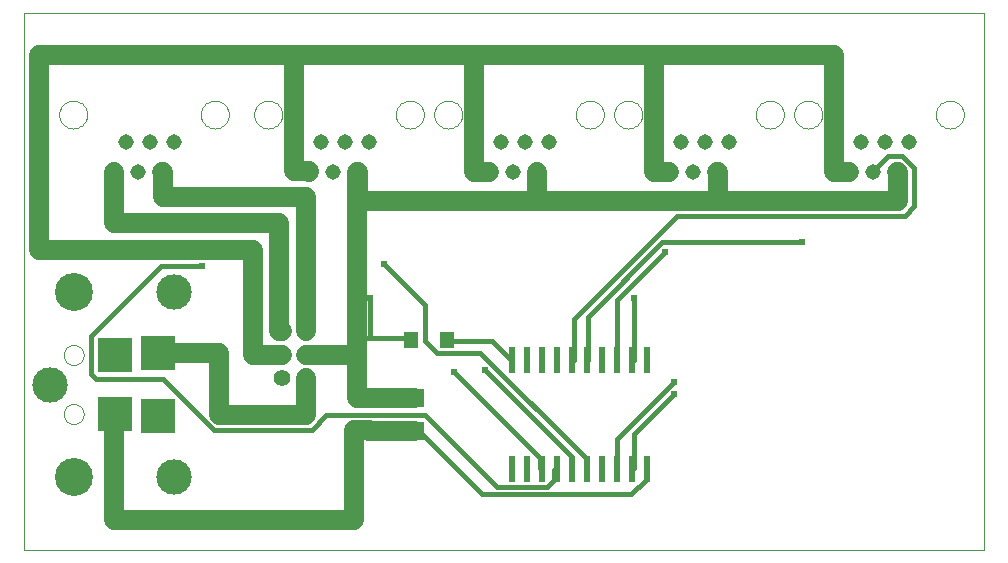
<source format=gtl>
G75*
G70*
%OFA0B0*%
%FSLAX24Y24*%
%IPPOS*%
%LPD*%
%AMOC8*
5,1,8,0,0,1.08239X$1,22.5*
%
%ADD10C,0.0000*%
%ADD11C,0.0515*%
%ADD12R,0.0236X0.0866*%
%ADD13C,0.1181*%
%ADD14C,0.1266*%
%ADD15R,0.1181X0.1181*%
%ADD16R,0.0709X0.0630*%
%ADD17C,0.0554*%
%ADD18R,0.0472X0.0551*%
%ADD19C,0.0660*%
%ADD20C,0.0180*%
%ADD21C,0.0240*%
D10*
X000100Y000100D02*
X000100Y017971D01*
X032095Y017971D01*
X032095Y000100D01*
X000100Y000100D01*
X001419Y004616D02*
X001421Y004652D01*
X001427Y004688D01*
X001437Y004723D01*
X001450Y004757D01*
X001467Y004789D01*
X001487Y004819D01*
X001511Y004846D01*
X001537Y004871D01*
X001566Y004893D01*
X001597Y004912D01*
X001630Y004927D01*
X001664Y004939D01*
X001700Y004947D01*
X001736Y004951D01*
X001772Y004951D01*
X001808Y004947D01*
X001844Y004939D01*
X001878Y004927D01*
X001911Y004912D01*
X001942Y004893D01*
X001971Y004871D01*
X001997Y004846D01*
X002021Y004819D01*
X002041Y004789D01*
X002058Y004757D01*
X002071Y004723D01*
X002081Y004688D01*
X002087Y004652D01*
X002089Y004616D01*
X002087Y004580D01*
X002081Y004544D01*
X002071Y004509D01*
X002058Y004475D01*
X002041Y004443D01*
X002021Y004413D01*
X001997Y004386D01*
X001971Y004361D01*
X001942Y004339D01*
X001911Y004320D01*
X001878Y004305D01*
X001844Y004293D01*
X001808Y004285D01*
X001772Y004281D01*
X001736Y004281D01*
X001700Y004285D01*
X001664Y004293D01*
X001630Y004305D01*
X001597Y004320D01*
X001566Y004339D01*
X001537Y004361D01*
X001511Y004386D01*
X001487Y004413D01*
X001467Y004443D01*
X001450Y004475D01*
X001437Y004509D01*
X001427Y004544D01*
X001421Y004580D01*
X001419Y004616D01*
X001419Y006584D02*
X001421Y006620D01*
X001427Y006656D01*
X001437Y006691D01*
X001450Y006725D01*
X001467Y006757D01*
X001487Y006787D01*
X001511Y006814D01*
X001537Y006839D01*
X001566Y006861D01*
X001597Y006880D01*
X001630Y006895D01*
X001664Y006907D01*
X001700Y006915D01*
X001736Y006919D01*
X001772Y006919D01*
X001808Y006915D01*
X001844Y006907D01*
X001878Y006895D01*
X001911Y006880D01*
X001942Y006861D01*
X001971Y006839D01*
X001997Y006814D01*
X002021Y006787D01*
X002041Y006757D01*
X002058Y006725D01*
X002071Y006691D01*
X002081Y006656D01*
X002087Y006620D01*
X002089Y006584D01*
X002087Y006548D01*
X002081Y006512D01*
X002071Y006477D01*
X002058Y006443D01*
X002041Y006411D01*
X002021Y006381D01*
X001997Y006354D01*
X001971Y006329D01*
X001942Y006307D01*
X001911Y006288D01*
X001878Y006273D01*
X001844Y006261D01*
X001808Y006253D01*
X001772Y006249D01*
X001736Y006249D01*
X001700Y006253D01*
X001664Y006261D01*
X001630Y006273D01*
X001597Y006288D01*
X001566Y006307D01*
X001537Y006329D01*
X001511Y006354D01*
X001487Y006381D01*
X001467Y006411D01*
X001450Y006443D01*
X001437Y006477D01*
X001427Y006512D01*
X001421Y006548D01*
X001419Y006584D01*
X001273Y014600D02*
X001275Y014643D01*
X001281Y014685D01*
X001291Y014727D01*
X001304Y014768D01*
X001322Y014807D01*
X001343Y014845D01*
X001367Y014880D01*
X001394Y014913D01*
X001425Y014944D01*
X001458Y014971D01*
X001493Y014995D01*
X001531Y015016D01*
X001570Y015034D01*
X001611Y015047D01*
X001653Y015057D01*
X001695Y015063D01*
X001738Y015065D01*
X001781Y015063D01*
X001823Y015057D01*
X001865Y015047D01*
X001906Y015034D01*
X001945Y015016D01*
X001983Y014995D01*
X002018Y014971D01*
X002051Y014944D01*
X002082Y014913D01*
X002109Y014880D01*
X002133Y014845D01*
X002154Y014807D01*
X002172Y014768D01*
X002185Y014727D01*
X002195Y014685D01*
X002201Y014643D01*
X002203Y014600D01*
X002201Y014557D01*
X002195Y014515D01*
X002185Y014473D01*
X002172Y014432D01*
X002154Y014393D01*
X002133Y014355D01*
X002109Y014320D01*
X002082Y014287D01*
X002051Y014256D01*
X002018Y014229D01*
X001983Y014205D01*
X001945Y014184D01*
X001906Y014166D01*
X001865Y014153D01*
X001823Y014143D01*
X001781Y014137D01*
X001738Y014135D01*
X001695Y014137D01*
X001653Y014143D01*
X001611Y014153D01*
X001570Y014166D01*
X001531Y014184D01*
X001493Y014205D01*
X001458Y014229D01*
X001425Y014256D01*
X001394Y014287D01*
X001367Y014320D01*
X001343Y014355D01*
X001322Y014393D01*
X001304Y014432D01*
X001291Y014473D01*
X001281Y014515D01*
X001275Y014557D01*
X001273Y014600D01*
X005997Y014600D02*
X005999Y014643D01*
X006005Y014685D01*
X006015Y014727D01*
X006028Y014768D01*
X006046Y014807D01*
X006067Y014845D01*
X006091Y014880D01*
X006118Y014913D01*
X006149Y014944D01*
X006182Y014971D01*
X006217Y014995D01*
X006255Y015016D01*
X006294Y015034D01*
X006335Y015047D01*
X006377Y015057D01*
X006419Y015063D01*
X006462Y015065D01*
X006505Y015063D01*
X006547Y015057D01*
X006589Y015047D01*
X006630Y015034D01*
X006669Y015016D01*
X006707Y014995D01*
X006742Y014971D01*
X006775Y014944D01*
X006806Y014913D01*
X006833Y014880D01*
X006857Y014845D01*
X006878Y014807D01*
X006896Y014768D01*
X006909Y014727D01*
X006919Y014685D01*
X006925Y014643D01*
X006927Y014600D01*
X006925Y014557D01*
X006919Y014515D01*
X006909Y014473D01*
X006896Y014432D01*
X006878Y014393D01*
X006857Y014355D01*
X006833Y014320D01*
X006806Y014287D01*
X006775Y014256D01*
X006742Y014229D01*
X006707Y014205D01*
X006669Y014184D01*
X006630Y014166D01*
X006589Y014153D01*
X006547Y014143D01*
X006505Y014137D01*
X006462Y014135D01*
X006419Y014137D01*
X006377Y014143D01*
X006335Y014153D01*
X006294Y014166D01*
X006255Y014184D01*
X006217Y014205D01*
X006182Y014229D01*
X006149Y014256D01*
X006118Y014287D01*
X006091Y014320D01*
X006067Y014355D01*
X006046Y014393D01*
X006028Y014432D01*
X006015Y014473D01*
X006005Y014515D01*
X005999Y014557D01*
X005997Y014600D01*
X007773Y014600D02*
X007775Y014643D01*
X007781Y014685D01*
X007791Y014727D01*
X007804Y014768D01*
X007822Y014807D01*
X007843Y014845D01*
X007867Y014880D01*
X007894Y014913D01*
X007925Y014944D01*
X007958Y014971D01*
X007993Y014995D01*
X008031Y015016D01*
X008070Y015034D01*
X008111Y015047D01*
X008153Y015057D01*
X008195Y015063D01*
X008238Y015065D01*
X008281Y015063D01*
X008323Y015057D01*
X008365Y015047D01*
X008406Y015034D01*
X008445Y015016D01*
X008483Y014995D01*
X008518Y014971D01*
X008551Y014944D01*
X008582Y014913D01*
X008609Y014880D01*
X008633Y014845D01*
X008654Y014807D01*
X008672Y014768D01*
X008685Y014727D01*
X008695Y014685D01*
X008701Y014643D01*
X008703Y014600D01*
X008701Y014557D01*
X008695Y014515D01*
X008685Y014473D01*
X008672Y014432D01*
X008654Y014393D01*
X008633Y014355D01*
X008609Y014320D01*
X008582Y014287D01*
X008551Y014256D01*
X008518Y014229D01*
X008483Y014205D01*
X008445Y014184D01*
X008406Y014166D01*
X008365Y014153D01*
X008323Y014143D01*
X008281Y014137D01*
X008238Y014135D01*
X008195Y014137D01*
X008153Y014143D01*
X008111Y014153D01*
X008070Y014166D01*
X008031Y014184D01*
X007993Y014205D01*
X007958Y014229D01*
X007925Y014256D01*
X007894Y014287D01*
X007867Y014320D01*
X007843Y014355D01*
X007822Y014393D01*
X007804Y014432D01*
X007791Y014473D01*
X007781Y014515D01*
X007775Y014557D01*
X007773Y014600D01*
X012497Y014600D02*
X012499Y014643D01*
X012505Y014685D01*
X012515Y014727D01*
X012528Y014768D01*
X012546Y014807D01*
X012567Y014845D01*
X012591Y014880D01*
X012618Y014913D01*
X012649Y014944D01*
X012682Y014971D01*
X012717Y014995D01*
X012755Y015016D01*
X012794Y015034D01*
X012835Y015047D01*
X012877Y015057D01*
X012919Y015063D01*
X012962Y015065D01*
X013005Y015063D01*
X013047Y015057D01*
X013089Y015047D01*
X013130Y015034D01*
X013169Y015016D01*
X013207Y014995D01*
X013242Y014971D01*
X013275Y014944D01*
X013306Y014913D01*
X013333Y014880D01*
X013357Y014845D01*
X013378Y014807D01*
X013396Y014768D01*
X013409Y014727D01*
X013419Y014685D01*
X013425Y014643D01*
X013427Y014600D01*
X013425Y014557D01*
X013419Y014515D01*
X013409Y014473D01*
X013396Y014432D01*
X013378Y014393D01*
X013357Y014355D01*
X013333Y014320D01*
X013306Y014287D01*
X013275Y014256D01*
X013242Y014229D01*
X013207Y014205D01*
X013169Y014184D01*
X013130Y014166D01*
X013089Y014153D01*
X013047Y014143D01*
X013005Y014137D01*
X012962Y014135D01*
X012919Y014137D01*
X012877Y014143D01*
X012835Y014153D01*
X012794Y014166D01*
X012755Y014184D01*
X012717Y014205D01*
X012682Y014229D01*
X012649Y014256D01*
X012618Y014287D01*
X012591Y014320D01*
X012567Y014355D01*
X012546Y014393D01*
X012528Y014432D01*
X012515Y014473D01*
X012505Y014515D01*
X012499Y014557D01*
X012497Y014600D01*
X013773Y014600D02*
X013775Y014643D01*
X013781Y014685D01*
X013791Y014727D01*
X013804Y014768D01*
X013822Y014807D01*
X013843Y014845D01*
X013867Y014880D01*
X013894Y014913D01*
X013925Y014944D01*
X013958Y014971D01*
X013993Y014995D01*
X014031Y015016D01*
X014070Y015034D01*
X014111Y015047D01*
X014153Y015057D01*
X014195Y015063D01*
X014238Y015065D01*
X014281Y015063D01*
X014323Y015057D01*
X014365Y015047D01*
X014406Y015034D01*
X014445Y015016D01*
X014483Y014995D01*
X014518Y014971D01*
X014551Y014944D01*
X014582Y014913D01*
X014609Y014880D01*
X014633Y014845D01*
X014654Y014807D01*
X014672Y014768D01*
X014685Y014727D01*
X014695Y014685D01*
X014701Y014643D01*
X014703Y014600D01*
X014701Y014557D01*
X014695Y014515D01*
X014685Y014473D01*
X014672Y014432D01*
X014654Y014393D01*
X014633Y014355D01*
X014609Y014320D01*
X014582Y014287D01*
X014551Y014256D01*
X014518Y014229D01*
X014483Y014205D01*
X014445Y014184D01*
X014406Y014166D01*
X014365Y014153D01*
X014323Y014143D01*
X014281Y014137D01*
X014238Y014135D01*
X014195Y014137D01*
X014153Y014143D01*
X014111Y014153D01*
X014070Y014166D01*
X014031Y014184D01*
X013993Y014205D01*
X013958Y014229D01*
X013925Y014256D01*
X013894Y014287D01*
X013867Y014320D01*
X013843Y014355D01*
X013822Y014393D01*
X013804Y014432D01*
X013791Y014473D01*
X013781Y014515D01*
X013775Y014557D01*
X013773Y014600D01*
X018497Y014600D02*
X018499Y014643D01*
X018505Y014685D01*
X018515Y014727D01*
X018528Y014768D01*
X018546Y014807D01*
X018567Y014845D01*
X018591Y014880D01*
X018618Y014913D01*
X018649Y014944D01*
X018682Y014971D01*
X018717Y014995D01*
X018755Y015016D01*
X018794Y015034D01*
X018835Y015047D01*
X018877Y015057D01*
X018919Y015063D01*
X018962Y015065D01*
X019005Y015063D01*
X019047Y015057D01*
X019089Y015047D01*
X019130Y015034D01*
X019169Y015016D01*
X019207Y014995D01*
X019242Y014971D01*
X019275Y014944D01*
X019306Y014913D01*
X019333Y014880D01*
X019357Y014845D01*
X019378Y014807D01*
X019396Y014768D01*
X019409Y014727D01*
X019419Y014685D01*
X019425Y014643D01*
X019427Y014600D01*
X019425Y014557D01*
X019419Y014515D01*
X019409Y014473D01*
X019396Y014432D01*
X019378Y014393D01*
X019357Y014355D01*
X019333Y014320D01*
X019306Y014287D01*
X019275Y014256D01*
X019242Y014229D01*
X019207Y014205D01*
X019169Y014184D01*
X019130Y014166D01*
X019089Y014153D01*
X019047Y014143D01*
X019005Y014137D01*
X018962Y014135D01*
X018919Y014137D01*
X018877Y014143D01*
X018835Y014153D01*
X018794Y014166D01*
X018755Y014184D01*
X018717Y014205D01*
X018682Y014229D01*
X018649Y014256D01*
X018618Y014287D01*
X018591Y014320D01*
X018567Y014355D01*
X018546Y014393D01*
X018528Y014432D01*
X018515Y014473D01*
X018505Y014515D01*
X018499Y014557D01*
X018497Y014600D01*
X019773Y014600D02*
X019775Y014643D01*
X019781Y014685D01*
X019791Y014727D01*
X019804Y014768D01*
X019822Y014807D01*
X019843Y014845D01*
X019867Y014880D01*
X019894Y014913D01*
X019925Y014944D01*
X019958Y014971D01*
X019993Y014995D01*
X020031Y015016D01*
X020070Y015034D01*
X020111Y015047D01*
X020153Y015057D01*
X020195Y015063D01*
X020238Y015065D01*
X020281Y015063D01*
X020323Y015057D01*
X020365Y015047D01*
X020406Y015034D01*
X020445Y015016D01*
X020483Y014995D01*
X020518Y014971D01*
X020551Y014944D01*
X020582Y014913D01*
X020609Y014880D01*
X020633Y014845D01*
X020654Y014807D01*
X020672Y014768D01*
X020685Y014727D01*
X020695Y014685D01*
X020701Y014643D01*
X020703Y014600D01*
X020701Y014557D01*
X020695Y014515D01*
X020685Y014473D01*
X020672Y014432D01*
X020654Y014393D01*
X020633Y014355D01*
X020609Y014320D01*
X020582Y014287D01*
X020551Y014256D01*
X020518Y014229D01*
X020483Y014205D01*
X020445Y014184D01*
X020406Y014166D01*
X020365Y014153D01*
X020323Y014143D01*
X020281Y014137D01*
X020238Y014135D01*
X020195Y014137D01*
X020153Y014143D01*
X020111Y014153D01*
X020070Y014166D01*
X020031Y014184D01*
X019993Y014205D01*
X019958Y014229D01*
X019925Y014256D01*
X019894Y014287D01*
X019867Y014320D01*
X019843Y014355D01*
X019822Y014393D01*
X019804Y014432D01*
X019791Y014473D01*
X019781Y014515D01*
X019775Y014557D01*
X019773Y014600D01*
X024497Y014600D02*
X024499Y014643D01*
X024505Y014685D01*
X024515Y014727D01*
X024528Y014768D01*
X024546Y014807D01*
X024567Y014845D01*
X024591Y014880D01*
X024618Y014913D01*
X024649Y014944D01*
X024682Y014971D01*
X024717Y014995D01*
X024755Y015016D01*
X024794Y015034D01*
X024835Y015047D01*
X024877Y015057D01*
X024919Y015063D01*
X024962Y015065D01*
X025005Y015063D01*
X025047Y015057D01*
X025089Y015047D01*
X025130Y015034D01*
X025169Y015016D01*
X025207Y014995D01*
X025242Y014971D01*
X025275Y014944D01*
X025306Y014913D01*
X025333Y014880D01*
X025357Y014845D01*
X025378Y014807D01*
X025396Y014768D01*
X025409Y014727D01*
X025419Y014685D01*
X025425Y014643D01*
X025427Y014600D01*
X025425Y014557D01*
X025419Y014515D01*
X025409Y014473D01*
X025396Y014432D01*
X025378Y014393D01*
X025357Y014355D01*
X025333Y014320D01*
X025306Y014287D01*
X025275Y014256D01*
X025242Y014229D01*
X025207Y014205D01*
X025169Y014184D01*
X025130Y014166D01*
X025089Y014153D01*
X025047Y014143D01*
X025005Y014137D01*
X024962Y014135D01*
X024919Y014137D01*
X024877Y014143D01*
X024835Y014153D01*
X024794Y014166D01*
X024755Y014184D01*
X024717Y014205D01*
X024682Y014229D01*
X024649Y014256D01*
X024618Y014287D01*
X024591Y014320D01*
X024567Y014355D01*
X024546Y014393D01*
X024528Y014432D01*
X024515Y014473D01*
X024505Y014515D01*
X024499Y014557D01*
X024497Y014600D01*
X025773Y014600D02*
X025775Y014643D01*
X025781Y014685D01*
X025791Y014727D01*
X025804Y014768D01*
X025822Y014807D01*
X025843Y014845D01*
X025867Y014880D01*
X025894Y014913D01*
X025925Y014944D01*
X025958Y014971D01*
X025993Y014995D01*
X026031Y015016D01*
X026070Y015034D01*
X026111Y015047D01*
X026153Y015057D01*
X026195Y015063D01*
X026238Y015065D01*
X026281Y015063D01*
X026323Y015057D01*
X026365Y015047D01*
X026406Y015034D01*
X026445Y015016D01*
X026483Y014995D01*
X026518Y014971D01*
X026551Y014944D01*
X026582Y014913D01*
X026609Y014880D01*
X026633Y014845D01*
X026654Y014807D01*
X026672Y014768D01*
X026685Y014727D01*
X026695Y014685D01*
X026701Y014643D01*
X026703Y014600D01*
X026701Y014557D01*
X026695Y014515D01*
X026685Y014473D01*
X026672Y014432D01*
X026654Y014393D01*
X026633Y014355D01*
X026609Y014320D01*
X026582Y014287D01*
X026551Y014256D01*
X026518Y014229D01*
X026483Y014205D01*
X026445Y014184D01*
X026406Y014166D01*
X026365Y014153D01*
X026323Y014143D01*
X026281Y014137D01*
X026238Y014135D01*
X026195Y014137D01*
X026153Y014143D01*
X026111Y014153D01*
X026070Y014166D01*
X026031Y014184D01*
X025993Y014205D01*
X025958Y014229D01*
X025925Y014256D01*
X025894Y014287D01*
X025867Y014320D01*
X025843Y014355D01*
X025822Y014393D01*
X025804Y014432D01*
X025791Y014473D01*
X025781Y014515D01*
X025775Y014557D01*
X025773Y014600D01*
X030497Y014600D02*
X030499Y014643D01*
X030505Y014685D01*
X030515Y014727D01*
X030528Y014768D01*
X030546Y014807D01*
X030567Y014845D01*
X030591Y014880D01*
X030618Y014913D01*
X030649Y014944D01*
X030682Y014971D01*
X030717Y014995D01*
X030755Y015016D01*
X030794Y015034D01*
X030835Y015047D01*
X030877Y015057D01*
X030919Y015063D01*
X030962Y015065D01*
X031005Y015063D01*
X031047Y015057D01*
X031089Y015047D01*
X031130Y015034D01*
X031169Y015016D01*
X031207Y014995D01*
X031242Y014971D01*
X031275Y014944D01*
X031306Y014913D01*
X031333Y014880D01*
X031357Y014845D01*
X031378Y014807D01*
X031396Y014768D01*
X031409Y014727D01*
X031419Y014685D01*
X031425Y014643D01*
X031427Y014600D01*
X031425Y014557D01*
X031419Y014515D01*
X031409Y014473D01*
X031396Y014432D01*
X031378Y014393D01*
X031357Y014355D01*
X031333Y014320D01*
X031306Y014287D01*
X031275Y014256D01*
X031242Y014229D01*
X031207Y014205D01*
X031169Y014184D01*
X031130Y014166D01*
X031089Y014153D01*
X031047Y014143D01*
X031005Y014137D01*
X030962Y014135D01*
X030919Y014137D01*
X030877Y014143D01*
X030835Y014153D01*
X030794Y014166D01*
X030755Y014184D01*
X030717Y014205D01*
X030682Y014229D01*
X030649Y014256D01*
X030618Y014287D01*
X030591Y014320D01*
X030567Y014355D01*
X030546Y014393D01*
X030528Y014432D01*
X030515Y014473D01*
X030505Y014515D01*
X030499Y014557D01*
X030497Y014600D01*
D11*
X029600Y013694D03*
X028797Y013694D03*
X027994Y013694D03*
X027600Y012694D03*
X028403Y012694D03*
X029206Y012694D03*
X023600Y013694D03*
X022797Y013694D03*
X021994Y013694D03*
X021600Y012694D03*
X022403Y012694D03*
X023206Y012694D03*
X017600Y013694D03*
X016797Y013694D03*
X015994Y013694D03*
X015600Y012694D03*
X016403Y012694D03*
X017206Y012694D03*
X011600Y013694D03*
X010797Y013694D03*
X009994Y013694D03*
X009600Y012694D03*
X010403Y012694D03*
X011206Y012694D03*
X005100Y013694D03*
X004297Y013694D03*
X003494Y013694D03*
X003100Y012694D03*
X003903Y012694D03*
X004706Y012694D03*
D12*
X016350Y006411D03*
X016850Y006411D03*
X017350Y006411D03*
X017850Y006411D03*
X018350Y006411D03*
X018850Y006411D03*
X019350Y006411D03*
X019850Y006411D03*
X020350Y006411D03*
X020850Y006411D03*
X020850Y002789D03*
X020350Y002789D03*
X019850Y002789D03*
X019350Y002789D03*
X018850Y002789D03*
X018350Y002789D03*
X017850Y002789D03*
X017350Y002789D03*
X016850Y002789D03*
X016350Y002789D03*
D13*
X005100Y002529D03*
X000966Y005600D03*
X005100Y008671D03*
D14*
X001754Y008671D03*
X001754Y002529D03*
D15*
X003131Y004616D03*
X004569Y004537D03*
X004569Y006663D03*
X003131Y006584D03*
D16*
X011600Y005151D03*
X013100Y005151D03*
X013100Y004049D03*
X011600Y004049D03*
D17*
X009494Y005813D03*
X008706Y005813D03*
X008706Y006600D03*
X009494Y006600D03*
X009494Y007387D03*
X008706Y007387D03*
D18*
X013009Y007100D03*
X014191Y007100D03*
D19*
X011206Y007140D02*
X011206Y006600D01*
X011206Y005151D01*
X011600Y005151D01*
X013100Y005151D01*
X013100Y004049D02*
X011600Y004049D01*
X011600Y004100D01*
X011100Y004100D01*
X011100Y001100D01*
X003100Y001100D01*
X003100Y004616D01*
X003131Y004616D01*
X004569Y006663D02*
X006600Y006663D01*
X006600Y004600D01*
X009494Y004600D01*
X009494Y005813D01*
X009494Y006600D02*
X011206Y006600D01*
X011206Y007140D02*
X011206Y012694D01*
X011225Y012694D01*
X011225Y011725D01*
X017206Y011725D01*
X023225Y011725D01*
X029225Y011725D01*
X029225Y012694D01*
X029206Y012694D01*
X027600Y012694D02*
X027100Y012694D01*
X027100Y016600D01*
X021100Y016600D01*
X015100Y016600D01*
X009100Y016600D01*
X009100Y012725D01*
X009600Y012725D01*
X009600Y012694D01*
X009494Y011850D02*
X009494Y007387D01*
X008706Y007387D02*
X008600Y007387D01*
X008600Y010975D01*
X003100Y010975D01*
X003100Y012694D01*
X004706Y012694D02*
X004725Y012694D01*
X004725Y011850D01*
X009494Y011850D01*
X007725Y010100D02*
X000600Y010100D01*
X000600Y016600D01*
X009100Y016600D01*
X015100Y016600D02*
X015100Y012694D01*
X015600Y012694D01*
X017206Y012694D02*
X017206Y011725D01*
X021100Y012694D02*
X021100Y016600D01*
X021100Y012694D02*
X021600Y012694D01*
X023206Y012694D02*
X023225Y012694D01*
X023225Y011725D01*
X008706Y006600D02*
X007725Y006600D01*
X007725Y010100D01*
D20*
X006020Y009540D02*
X004660Y009540D01*
X002340Y007220D01*
X002340Y005940D01*
X002500Y005780D01*
X004740Y005780D01*
X006420Y004100D01*
X009700Y004100D01*
X010180Y004580D01*
X013460Y004580D01*
X015860Y002180D01*
X017540Y002180D01*
X017780Y002420D01*
X017780Y002740D01*
X017850Y002789D01*
X018340Y002820D02*
X018350Y002789D01*
X018340Y002820D02*
X018340Y003220D01*
X015460Y006100D01*
X016340Y006420D02*
X016350Y006411D01*
X016340Y006420D02*
X015700Y007060D01*
X014260Y007060D01*
X014191Y007100D01*
X013860Y006660D02*
X013460Y007060D01*
X013460Y008260D01*
X012100Y009620D01*
X011620Y008500D02*
X011620Y007140D01*
X011206Y007140D01*
X011620Y007140D02*
X012980Y007140D01*
X013009Y007100D01*
X013860Y006660D02*
X015300Y006660D01*
X018820Y003140D01*
X018820Y002820D01*
X018850Y002789D01*
X019850Y002789D02*
X019860Y002820D01*
X019860Y003780D01*
X021780Y005700D01*
X021780Y005300D02*
X020420Y003940D01*
X020420Y002820D01*
X020350Y002789D01*
X020820Y002740D02*
X020850Y002789D01*
X020820Y002740D02*
X020820Y002420D01*
X020340Y001940D01*
X015380Y001940D01*
X013380Y003940D01*
X013100Y004049D01*
X014420Y006020D02*
X017300Y003140D01*
X017300Y002820D01*
X017350Y002789D01*
X018350Y006411D02*
X018420Y006420D01*
X018420Y007780D01*
X021860Y011220D01*
X029460Y011220D01*
X029780Y011540D01*
X029780Y012820D01*
X029380Y013220D01*
X028900Y013220D01*
X028420Y012740D01*
X028403Y012694D01*
X026020Y010340D02*
X021380Y010340D01*
X018900Y007860D01*
X018900Y006420D01*
X018850Y006411D01*
X019850Y006411D02*
X019860Y006420D01*
X019860Y008420D01*
X021460Y010020D01*
X020420Y008500D02*
X020420Y006420D01*
X020350Y006411D01*
D21*
X021780Y005700D03*
X021780Y005300D03*
X020420Y008500D03*
X021460Y010020D03*
X026020Y010340D03*
X015460Y006100D03*
X014420Y006020D03*
X011620Y008500D03*
X012100Y009620D03*
X006020Y009540D03*
M02*

</source>
